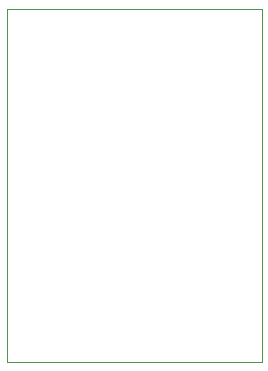
<source format=gbr>
G04 #@! TF.GenerationSoftware,KiCad,Pcbnew,(6.0.7)*
G04 #@! TF.CreationDate,2022-08-21T23:09:39-05:00*
G04 #@! TF.ProjectId,STM32QFN28Breakout,53544d33-3251-4464-9e32-38427265616b,rev?*
G04 #@! TF.SameCoordinates,Original*
G04 #@! TF.FileFunction,Profile,NP*
%FSLAX46Y46*%
G04 Gerber Fmt 4.6, Leading zero omitted, Abs format (unit mm)*
G04 Created by KiCad (PCBNEW (6.0.7)) date 2022-08-21 23:09:39*
%MOMM*%
%LPD*%
G01*
G04 APERTURE LIST*
G04 #@! TA.AperFunction,Profile*
%ADD10C,0.050000*%
G04 #@! TD*
G04 APERTURE END LIST*
D10*
X201300000Y-78800000D02*
X201300000Y-108700000D01*
X201300000Y-108700000D02*
X222900000Y-108700000D01*
X222900000Y-108700000D02*
X222900000Y-78800000D01*
X222900000Y-78800000D02*
X201300000Y-78800000D01*
M02*

</source>
